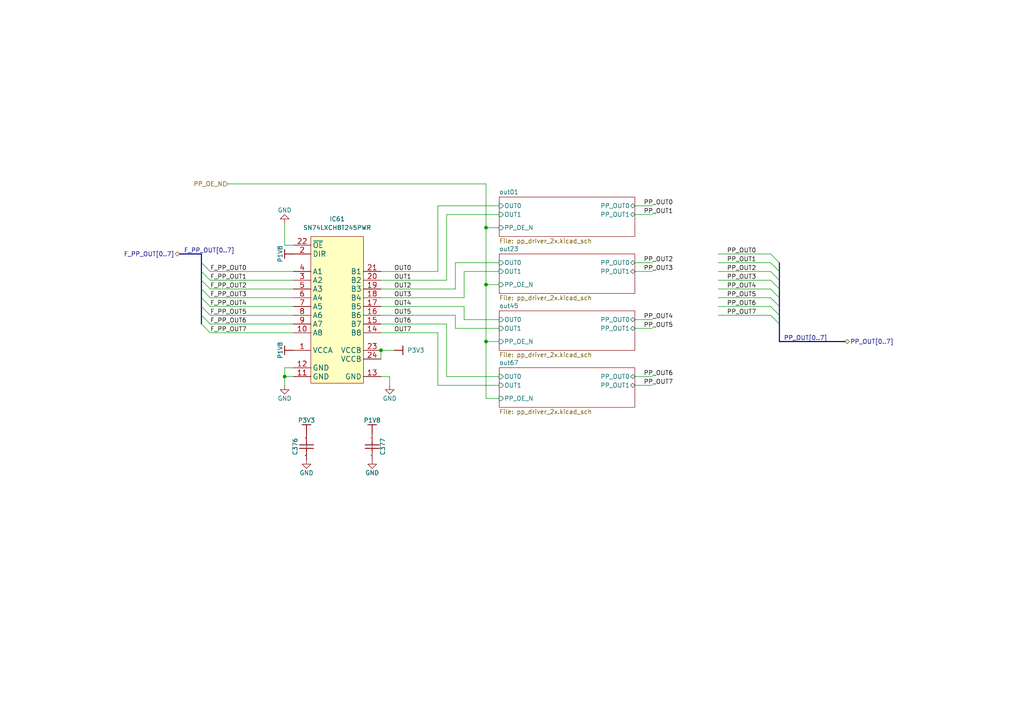
<source format=kicad_sch>
(kicad_sch (version 20250114) (generator "eeschema") (generator_version "9.0")
  (paper "A4")
  (lib_symbols
    (symbol "Capacitors SMD:CC0402_100NF_16V_10%_X7R" (pin_names (offset 1.27))
      (property "Reference" "C" (at 3.81 3.048 0))
      (property "Description" "100nF" (at 3.81 -3.048 0))
      (symbol "CC0402_100NF_16V_10%_X7R_0_1"
        (polyline (pts (xy 2.54 0) (xy 3.302 0)) (stroke (width 0.254)))
        (polyline (pts (xy 3.302 -2.032) (xy 3.302 2.032)) (stroke (width 0.254)))
        (polyline (pts (xy 4.318 2.032) (xy 4.318 -2.032)) (stroke (width 0.254)))
        (polyline (pts (xy 5.08 0) (xy 4.318 0)) (stroke (width 0.254)))
        (pin passive line (at 0 0 0) (length 2.54) (name "1") (number "1"))
        (pin passive line (at 7.62 0 180) (length 2.54) (name "2") (number "2"))
      )
    )
    (symbol "power:GND" (power) (pin_names (offset 0))
      (property "Value" "GND" (at 0 -3.81 0))
      (symbol "GND_0_1"
        (polyline (pts (xy 0 0) (xy 0 -1.27) (xy 1.27 -1.27) (xy 0 -2.54) (xy -1.27 -1.27) (xy 0 -1.27)))
      )
      (symbol "GND_1_1"
        (pin power_in line (at 0 0 270) (length 0) (hide yes) (name "GND") (number "1"))
      )
    )
    (symbol "vme-wren:P1V8" (power)
      (property "Value" "P1V8" (at 0 -3.81 0))
      (symbol "P1V8_0_0"
        (polyline (pts (xy -1.27 -2.54) (xy 1.27 -2.54)) (stroke (width 0.254)))
        (polyline (pts (xy 0 0) (xy 0 -2.54)) (stroke (width 0.254)))
        (pin power_in line (at 0 0 0) (length 0) (hide yes) (name "P1V8") (number ""))
      )
    )
    (symbol "vme-wren:P3V3" (power)
      (property "Value" "P3V3" (at 0 -3.81 0))
      (symbol "P3V3_0_0"
        (polyline (pts (xy -1.27 -2.54) (xy 1.27 -2.54)) (stroke (width 0.254)))
        (polyline (pts (xy 0 0) (xy 0 -2.54)) (stroke (width 0.254)))
        (pin power_in line (at 0 0 0) (length 0) (hide yes) (name "P3V3") (number ""))
      )
    )
    (symbol "vme-wren:SN74LXCH8T245PWR"
      (property "Reference" "IC" (at 8.89 3.937 0))
      (property "Value" "SN74LXCH8T245PWR" (at 7.493 1.905 0))
      (symbol "SN74LXCH8T245PWR_0_1"
        (rectangle (start 0 0) (end 15.24 -42.545) (fill (type background)))
        (pin input line (at -5.08 -2.54 0) (length 5.08) (name "~{OE}") (number "22"))
        (pin bidirectional line (at -5.08 -12.7 0) (length 5.08) (name "A2") (number "3"))
        (pin bidirectional line (at -5.08 -15.24 0) (length 5.08) (name "A3") (number "5"))
        (pin bidirectional line (at -5.08 -17.78 0) (length 5.08) (name "A4") (number "6"))
        (pin bidirectional line (at -5.08 -20.32 0) (length 5.08) (name "A5") (number "7"))
        (pin bidirectional line (at -5.08 -22.86 0) (length 5.08) (name "A6") (number "8"))
        (pin bidirectional line (at -5.08 -25.4 0) (length 5.08) (name "A7") (number "9"))
        (pin bidirectional line (at -5.08 -27.94 0) (length 5.08) (name "A8") (number "10"))
        (pin power_in line (at -5.08 -38.1 0) (length 5.08) (name "GND") (number "12"))
        (pin power_in line (at -5.08 -40.64 0) (length 5.08) (name "GND") (number "11"))
        (pin bidirectional line (at 20.32 -10.16 180) (length 5.08) (name "B1") (number "21"))
        (pin bidirectional line (at 20.32 -12.7 180) (length 5.08) (name "B2") (number "20"))
        (pin bidirectional line (at 20.32 -15.24 180) (length 5.08) (name "B3") (number "19"))
        (pin bidirectional line (at 20.32 -17.78 180) (length 5.08) (name "B4") (number "18"))
        (pin bidirectional line (at 20.32 -20.32 180) (length 5.08) (name "B5") (number "17"))
        (pin bidirectional line (at 20.32 -22.86 180) (length 5.08) (name "B6") (number "16"))
        (pin bidirectional line (at 20.32 -25.4 180) (length 5.08) (name "B7") (number "15"))
        (pin bidirectional line (at 20.32 -27.94 180) (length 5.08) (name "B8") (number "14"))
        (pin power_in line (at 20.32 -40.64 180) (length 5.08) (name "GND") (number "13"))
      )
      (symbol "SN74LXCH8T245PWR_1_1"
        (pin input line (at -5.08 -5.08 0) (length 5.08) (name "DIR") (number "2"))
        (pin bidirectional line (at -5.08 -10.16 0) (length 5.08) (name "A1") (number "4"))
        (pin power_in line (at -5.08 -33.02 0) (length 5.08) (name "VCCA") (number "1"))
        (pin power_in line (at 20.32 -33.02 180) (length 5.08) (name "VCCB") (number "23"))
        (pin power_in line (at 20.32 -35.56 180) (length 5.08) (name "VCCB") (number "24"))
      )
    )
  )
  (junction (at 110.49 101.6))
  (junction (at 140.97 66.04))
  (junction (at 140.97 82.55))
  (junction (at 140.97 99.06))
  (junction (at 82.55 109.22))
  (bus_entry (at 58.42 93.98) (size 2.54 2.54))
  (bus_entry (at 223.52 86.36) (size 2.54 2.54))
  (bus_entry (at 223.52 81.28) (size 2.54 2.54))
  (bus_entry (at 223.52 76.2) (size 2.54 2.54))
  (bus_entry (at 58.42 83.82) (size 2.54 2.54))
  (bus_entry (at 223.52 83.82) (size 2.54 2.54))
  (bus_entry (at 58.42 78.74) (size 2.54 2.54))
  (bus_entry (at 223.52 73.66) (size 2.54 2.54))
  (bus_entry (at 58.42 86.36) (size 2.54 2.54))
  (bus_entry (at 58.42 76.2) (size 2.54 2.54))
  (bus_entry (at 58.42 91.44) (size 2.54 2.54))
  (bus_entry (at 223.52 88.9) (size 2.54 2.54))
  (bus_entry (at 223.52 78.74) (size 2.54 2.54))
  (bus_entry (at 58.42 88.9) (size 2.54 2.54))
  (bus_entry (at 223.52 91.44) (size 2.54 2.54))
  (bus_entry (at 58.42 81.28) (size 2.54 2.54))
  (wire (pts (xy 110.49 83.82) (xy 132.08 83.82)))
  (bus (pts (xy 226.06 91.44) (xy 226.06 93.98)))
  (wire (pts (xy 208.28 86.36) (xy 223.52 86.36)))
  (wire (pts (xy 184.15 62.23) (xy 189.23 62.23)))
  (wire (pts (xy 60.96 88.9) (xy 85.09 88.9)))
  (wire (pts (xy 110.49 96.52) (xy 127 96.52)))
  (wire (pts (xy 208.28 83.82) (xy 223.52 83.82)))
  (wire (pts (xy 208.28 81.28) (xy 223.52 81.28)))
  (wire (pts (xy 85.09 71.12) (xy 82.55 71.12)))
  (wire (pts (xy 184.15 78.74) (xy 189.23 78.74)))
  (wire (pts (xy 110.49 101.6) (xy 114.3 101.6)))
  (wire (pts (xy 110.49 91.44) (xy 132.08 91.44)))
  (wire (pts (xy 140.97 66.04) (xy 140.97 82.55)))
  (bus (pts (xy 58.42 88.9) (xy 58.42 86.36)))
  (wire (pts (xy 110.49 86.36) (xy 134.62 86.36)))
  (wire (pts (xy 184.15 109.22) (xy 189.23 109.22)))
  (wire (pts (xy 140.97 115.57) (xy 144.78 115.57)))
  (wire (pts (xy 110.49 109.22) (xy 113.03 109.22)))
  (wire (pts (xy 144.78 59.69) (xy 127 59.69)))
  (bus (pts (xy 58.42 81.28) (xy 58.42 78.74)))
  (wire (pts (xy 82.55 109.22) (xy 82.55 111.76)))
  (wire (pts (xy 110.49 78.74) (xy 127 78.74)))
  (wire (pts (xy 66.04 53.34) (xy 140.97 53.34)))
  (wire (pts (xy 132.08 95.25) (xy 144.78 95.25)))
  (wire (pts (xy 134.62 92.71) (xy 134.62 88.9)))
  (wire (pts (xy 85.09 106.68) (xy 82.55 106.68)))
  (bus (pts (xy 226.06 76.2) (xy 226.06 78.74)))
  (wire (pts (xy 140.97 82.55) (xy 140.97 99.06)))
  (wire (pts (xy 140.97 99.06) (xy 144.78 99.06)))
  (wire (pts (xy 110.49 88.9) (xy 134.62 88.9)))
  (wire (pts (xy 110.49 93.98) (xy 129.54 93.98)))
  (wire (pts (xy 144.78 76.2) (xy 132.08 76.2)))
  (wire (pts (xy 132.08 76.2) (xy 132.08 83.82)))
  (bus (pts (xy 58.42 78.74) (xy 58.42 76.2)))
  (wire (pts (xy 60.96 81.28) (xy 85.09 81.28)))
  (wire (pts (xy 127 111.76) (xy 144.78 111.76)))
  (wire (pts (xy 184.15 59.69) (xy 189.23 59.69)))
  (wire (pts (xy 82.55 109.22) (xy 85.09 109.22)))
  (bus (pts (xy 52.07 73.66) (xy 58.42 73.66)))
  (wire (pts (xy 184.15 76.2) (xy 189.23 76.2)))
  (wire (pts (xy 82.55 71.12) (xy 82.55 64.77)))
  (bus (pts (xy 58.42 83.82) (xy 58.42 81.28)))
  (wire (pts (xy 129.54 109.22) (xy 129.54 93.98)))
  (wire (pts (xy 134.62 86.36) (xy 134.62 78.74)))
  (wire (pts (xy 60.96 93.98) (xy 85.09 93.98)))
  (wire (pts (xy 127 59.69) (xy 127 78.74)))
  (wire (pts (xy 140.97 66.04) (xy 140.97 53.34)))
  (bus (pts (xy 58.42 86.36) (xy 58.42 83.82)))
  (bus (pts (xy 226.06 78.74) (xy 226.06 81.28)))
  (wire (pts (xy 60.96 96.52) (xy 85.09 96.52)))
  (wire (pts (xy 184.15 111.76) (xy 189.23 111.76)))
  (wire (pts (xy 127 96.52) (xy 127 111.76)))
  (wire (pts (xy 144.78 109.22) (xy 129.54 109.22)))
  (wire (pts (xy 144.78 92.71) (xy 134.62 92.71)))
  (bus (pts (xy 226.06 86.36) (xy 226.06 88.9)))
  (bus (pts (xy 226.06 81.28) (xy 226.06 83.82)))
  (wire (pts (xy 60.96 91.44) (xy 85.09 91.44)))
  (wire (pts (xy 129.54 81.28) (xy 129.54 62.23)))
  (wire (pts (xy 184.15 95.25) (xy 189.23 95.25)))
  (wire (pts (xy 140.97 99.06) (xy 140.97 115.57)))
  (wire (pts (xy 184.15 92.71) (xy 189.23 92.71)))
  (wire (pts (xy 110.49 81.28) (xy 129.54 81.28)))
  (bus (pts (xy 226.06 83.82) (xy 226.06 86.36)))
  (wire (pts (xy 208.28 76.2) (xy 223.52 76.2)))
  (bus (pts (xy 226.06 93.98) (xy 226.06 99.06)))
  (wire (pts (xy 82.55 106.68) (xy 82.55 109.22)))
  (bus (pts (xy 58.42 76.2) (xy 58.42 73.66)))
  (wire (pts (xy 60.96 86.36) (xy 85.09 86.36)))
  (wire (pts (xy 140.97 82.55) (xy 144.78 82.55)))
  (bus (pts (xy 226.06 99.06) (xy 245.11 99.06)))
  (wire (pts (xy 208.28 91.44) (xy 223.52 91.44)))
  (wire (pts (xy 208.28 73.66) (xy 223.52 73.66)))
  (wire (pts (xy 132.08 91.44) (xy 132.08 95.25)))
  (wire (pts (xy 60.96 78.74) (xy 85.09 78.74)))
  (wire (pts (xy 208.28 78.74) (xy 223.52 78.74)))
  (wire (pts (xy 129.54 62.23) (xy 144.78 62.23)))
  (wire (pts (xy 110.49 101.6) (xy 110.49 104.14)))
  (bus (pts (xy 58.42 91.44) (xy 58.42 88.9)))
  (wire (pts (xy 208.28 88.9) (xy 223.52 88.9)))
  (bus (pts (xy 226.06 88.9) (xy 226.06 91.44)))
  (wire (pts (xy 60.96 83.82) (xy 85.09 83.82)))
  (wire (pts (xy 134.62 78.74) (xy 144.78 78.74)))
  (bus (pts (xy 58.42 93.98) (xy 58.42 91.44)))
  (wire (pts (xy 144.78 66.04) (xy 140.97 66.04)))
  (wire (pts (xy 113.03 109.22) (xy 113.03 111.76)))
  (label "PP_OUT3" (at 186.69 78.74 0))
  (label "F_PP_OUT1" (at 60.96 81.28 0))
  (label "PP_OUT1" (at 210.82 76.2 0))
  (label "PP_OUT2" (at 210.82 78.74 0))
  (label "OUT5" (at 114.3 91.44 0))
  (label "PP_OUT6" (at 186.69 109.22 0))
  (label "PP_OUT4" (at 186.69 92.71 0))
  (label "PP_OUT7" (at 210.82 91.44 0))
  (label "F_PP_OUT4" (at 60.96 88.9 0))
  (label "F_PP_OUT0" (at 60.96 78.74 0))
  (label "OUT2" (at 114.3 83.82 0))
  (label "F_PP_OUT3" (at 60.96 86.36 0))
  (label "PP_OUT[0..7]" (at 227.33 99.06 0))
  (label "OUT0" (at 114.3 78.74 0))
  (label "OUT1" (at 114.3 81.28 0))
  (label "F_PP_OUT2" (at 60.96 83.82 0))
  (label "PP_OUT5" (at 210.82 86.36 0))
  (label "PP_OUT0" (at 186.69 59.69 0))
  (label "PP_OUT5" (at 186.69 95.25 0))
  (label "OUT7" (at 114.3 96.52 0))
  (label "PP_OUT7" (at 186.69 111.76 0))
  (label "OUT6" (at 114.3 93.98 0))
  (label "OUT3" (at 114.3 86.36 0))
  (label "PP_OUT0" (at 210.82 73.66 0))
  (label "PP_OUT4" (at 210.82 83.82 0))
  (label "PP_OUT3" (at 210.82 81.28 0))
  (label "F_PP_OUT6" (at 60.96 93.98 0))
  (label "OUT4" (at 114.3 88.9 0))
  (label "PP_OUT2" (at 186.69 76.2 0))
  (label "F_PP_OUT5" (at 60.96 91.44 0))
  (label "PP_OUT6" (at 210.82 88.9 0))
  (label "PP_OUT1" (at 186.69 62.23 0))
  (label "F_PP_OUT[0..7]" (at 53.34 73.66 0))
  (label "F_PP_OUT7" (at 60.96 96.52 0))
  (hierarchical_label "PP_OUT[0..7]" (shape bidirectional) (at 245.11 99.06 0))
  (hierarchical_label "F_PP_OUT[0..7]" (shape bidirectional) (at 52.07 73.66 180))
  (hierarchical_label "PP_OE_N" (shape input) (at 66.04 53.34 180))
  (symbol (lib_id "vme-wren:SN74LXCH8T245PWR") (at 90.17 68.58 0) (unit 1)
    (property "Reference" "IC8" (at 97.79 63.5 0))
    (property "Value" "SN74LXCH8T245PWR" (at 97.79 66.04 0))
    (property "Footprint" "ICs And Semiconductors SMD:SOP65P640X120-24N" (effects (hide yes)))
    (instances (project "vme-wren" (path "" (reference "IC61") (unit 1)) (path "" (reference "IC8") (unit 1)) (path "" (reference "IC131") (unit 1)) (path "" (reference "IC136") (unit 1))))
  )
  (symbol (lib_id "power:GND") (at 113.03 111.76 0) (unit 1)
    (property "Reference" "#PWR01136" (effects (hide yes)))
    (property "Value" "GND" (at 113.03 115.57 0))
    (property "Description" "GROUND power-flag symbol" (effects (hide yes)))
    (instances (project "vme-wren" (path "" (reference "#PWR0274") (unit 1)) (path "" (reference "#PWR01136") (unit 1)) (path "" (reference "#PWR01178") (unit 1)) (path "" (reference "#PWR01220") (unit 1))))
  )
  (symbol (lib_id "vme-wren:P3V3") (at 88.9 125.73 180) (unit 1)
    (property "Reference" "#PWR094" (effects (hide yes)))
    (property "Value" "P3V3" (at 88.9 121.92 0))
    (instances (project "vme-wren" (path "" (reference "#PWR0246") (unit 1)) (path "" (reference "#PWR094") (unit 1)) (path "" (reference "#PWR01174") (unit 1)) (path "" (reference "#PWR01216") (unit 1))))
  )
  (symbol (lib_id "vme-wren:P3V3") (at 85.09 73.66 270) (unit 1)
    (property "Reference" "#PWR075" (effects (hide yes)))
    (property "Value" "P1V8" (at 81.28 73.66 0))
    (instances (project "vme-wren" (path "" (reference "#PWR093") (unit 1)) (path "" (reference "#PWR075") (unit 1)) (path "" (reference "#PWR01172") (unit 1)) (path "" (reference "#PWR01214") (unit 1))))
  )
  (symbol (lib_id "power:GND") (at 107.95 133.35 0) (unit 1)
    (property "Reference" "#PWR0240" (effects (hide yes)))
    (property "Value" "GND" (at 107.95 137.16 0))
    (property "Description" "GROUND power-flag symbol" (effects (hide yes)))
    (instances (project "vme-wren" (path "" (reference "#PWR0250") (unit 1)) (path "" (reference "#PWR0240") (unit 1)) (path "" (reference "#PWR01177") (unit 1)) (path "" (reference "#PWR01219") (unit 1))))
  )
  (symbol (lib_id "Capacitors SMD:CC0402_100NF_16V_10%_X7R") (at 88.9 125.73 270) (unit 1)
    (property "Reference" "C378" (at 85.598 129.54 0))
    (property "Value" "CC0402_100NF_16V_10%_X7R" (effects (hide yes)))
    (property "Footprint" "Capacitors SMD:CAPC1005X55N" (effects (hide yes)))
    (property "Description" "100nF" (effects (hide yes)))
    (property "SMD" "Yes" (effects (hide yes)))
    (property "Part Number" "CC0402_100NF_16V_10%_X7R" (effects (hide yes)))
    (property "Library Ref" "Capacitor - non polarized" (effects (hide yes)))
    (property "Library Path" "SchLib\\Capacitors.SchLib" (effects (hide yes)))
    (property "Comment" "100nF" (effects (hide yes)))
    (property "Component Kind" "Standard" (effects (hide yes)))
    (property "Component Type" "Standard" (effects (hide yes)))
    (property "Pin Count" "2" (effects (hide yes)))
    (property "Footprint Path" "PcbLib\\Capacitors SMD.PcbLib" (effects (hide yes)))
    (property "Footprint Ref" "CAPC1005X55N" (effects (hide yes)))
    (property "PackageDescription" " " (effects (hide yes)))
    (property "Status" "Not Recommended" (effects (hide yes)))
    (property "Status Comment" " " (effects (hide yes)))
    (property "Voltage" "16V" (effects (hide yes)))
    (property "Tolerance" "±10%" (effects (hide yes)))
    (property "Part Description" "SMD Multilayer Chip Ceramic Capacitor" (effects (hide yes)))
    (property "Manufacturer" "GENERIC" (effects (hide yes)))
    (property "Manufacturer Part Number" "CC0402_100NF_16V_10%_X7R" (effects (hide yes)))
    (property "Case" "0402" (effects (hide yes)))
    (property "Mounted" "Yes" (effects (hide yes)))
    (property "Socket" "No" (effects (hide yes)))
    (property "PressFit" " " (effects (hide yes)))
    (property "Sense" "No" (effects (hide yes)))
    (property "Sense Comment" " " (effects (hide yes)))
    (property "ComponentHeight" " " (effects (hide yes)))
    (property "Manufacturer1 Example" "MURATA" (effects (hide yes)))
    (property "Manufacturer1 Part Number" "GRM155R71C104KA88D" (effects (hide yes)))
    (property "Manufacturer1 ComponentHeight" "0.55mm" (effects (hide yes)))
    (property "Author" "CERN DEM JLC" (effects (hide yes)))
    (property "CreateDate" "12/05/13 00:00:00" (effects (hide yes)))
    (property "LatestRevisionDate" "12/03/07 00:00:00" (effects (hide yes)))
    (property "Database Table Name" "Capacitors" (effects (hide yes)))
    (property "Library Name" "Capacitors SMD" (effects (hide yes)))
    (property "Footprint Library" "Capacitors SMD" (effects (hide yes)))
    (property "License" "CC-BY-SA 4.0" (effects (hide yes)))
    (instances (project "vme-wren" (path "" (reference "C376") (unit 1)) (path "" (reference "C378") (unit 1)) (path "" (reference "C525") (unit 1)) (path "" (reference "C535") (unit 1))))
  )
  (symbol (lib_id "vme-wren:P3V3") (at 85.09 101.6 270) (unit 1)
    (property "Reference" "#PWR091" (effects (hide yes)))
    (property "Value" "P1V8" (at 81.28 101.6 0))
    (instances (project "vme-wren" (path "" (reference "#PWR0245") (unit 1)) (path "" (reference "#PWR091") (unit 1)) (path "" (reference "#PWR01173") (unit 1)) (path "" (reference "#PWR01215") (unit 1))))
  )
  (symbol (lib_id "Capacitors SMD:CC0402_100NF_16V_10%_X7R") (at 107.95 125.73 270) (unit 1)
    (property "Reference" "C379" (at 110.998 129.54 0))
    (property "Value" "CC0402_100NF_16V_10%_X7R" (effects (hide yes)))
    (property "Footprint" "Capacitors SMD:CAPC1005X55N" (effects (hide yes)))
    (property "Description" "100nF" (effects (hide yes)))
    (property "SMD" "Yes" (effects (hide yes)))
    (property "Part Number" "CC0402_100NF_16V_10%_X7R" (effects (hide yes)))
    (property "Library Ref" "Capacitor - non polarized" (effects (hide yes)))
    (property "Library Path" "SchLib\\Capacitors.SchLib" (effects (hide yes)))
    (property "Comment" "100nF" (effects (hide yes)))
    (property "Component Kind" "Standard" (effects (hide yes)))
    (property "Component Type" "Standard" (effects (hide yes)))
    (property "Pin Count" "2" (effects (hide yes)))
    (property "Footprint Path" "PcbLib\\Capacitors SMD.PcbLib" (effects (hide yes)))
    (property "Footprint Ref" "CAPC1005X55N" (effects (hide yes)))
    (property "PackageDescription" " " (effects (hide yes)))
    (property "Status" "Not Recommended" (effects (hide yes)))
    (property "Status Comment" " " (effects (hide yes)))
    (property "Voltage" "16V" (effects (hide yes)))
    (property "Tolerance" "±10%" (effects (hide yes)))
    (property "Part Description" "SMD Multilayer Chip Ceramic Capacitor" (effects (hide yes)))
    (property "Manufacturer" "GENERIC" (effects (hide yes)))
    (property "Manufacturer Part Number" "CC0402_100NF_16V_10%_X7R" (effects (hide yes)))
    (property "Case" "0402" (effects (hide yes)))
    (property "Mounted" "Yes" (effects (hide yes)))
    (property "Socket" "No" (effects (hide yes)))
    (property "PressFit" " " (effects (hide yes)))
    (property "Sense" "No" (effects (hide yes)))
    (property "Sense Comment" " " (effects (hide yes)))
    (property "ComponentHeight" " " (effects (hide yes)))
    (property "Manufacturer1 Example" "MURATA" (effects (hide yes)))
    (property "Manufacturer1 Part Number" "GRM155R71C104KA88D" (effects (hide yes)))
    (property "Manufacturer1 ComponentHeight" "0.55mm" (effects (hide yes)))
    (property "Author" "CERN DEM JLC" (effects (hide yes)))
    (property "CreateDate" "12/05/13 00:00:00" (effects (hide yes)))
    (property "LatestRevisionDate" "12/03/07 00:00:00" (effects (hide yes)))
    (property "Database Table Name" "Capacitors" (effects (hide yes)))
    (property "Library Name" "Capacitors SMD" (effects (hide yes)))
    (property "Footprint Library" "Capacitors SMD" (effects (hide yes)))
    (property "License" "CC-BY-SA 4.0" (effects (hide yes)))
    (instances (project "vme-wren" (path "" (reference "C377") (unit 1)) (path "" (reference "C379") (unit 1)) (path "" (reference "C526") (unit 1)) (path "" (reference "C536") (unit 1))))
  )
  (symbol (lib_id "power:GND") (at 88.9 133.35 0) (unit 1)
    (property "Reference" "#PWR095" (effects (hide yes)))
    (property "Value" "GND" (at 88.9 137.16 0))
    (property "Description" "GROUND power-flag symbol" (effects (hide yes)))
    (instances (project "vme-wren" (path "" (reference "#PWR0247") (unit 1)) (path "" (reference "#PWR095") (unit 1)) (path "" (reference "#PWR01175") (unit 1)) (path "" (reference "#PWR01217") (unit 1))))
  )
  (symbol (lib_id "vme-wren:P3V3") (at 114.3 101.6 90) (unit 1)
    (property "Reference" "#PWR01137" (effects (hide yes)))
    (property "Value" "P3V3" (at 118.11 101.6 90) (effects (justify right)))
    (instances (project "vme-wren" (path "" (reference "#PWR0362") (unit 1)) (path "" (reference "#PWR01137") (unit 1)) (path "" (reference "#PWR01179") (unit 1)) (path "" (reference "#PWR01221") (unit 1))))
  )
  (symbol (lib_id "power:GND") (at 82.55 64.77 180) (unit 1)
    (property "Reference" "#PWR073" (effects (hide yes)))
    (property "Value" "GND" (at 82.55 60.96 0))
    (property "Description" "GROUND power-flag symbol" (effects (hide yes)))
    (instances (project "vme-wren" (path "" (reference "#PWR072") (unit 1)) (path "" (reference "#PWR073") (unit 1)) (path "" (reference "#PWR01170") (unit 1)) (path "" (reference "#PWR01212") (unit 1))))
  )
  (symbol (lib_id "vme-wren:P1V8") (at 107.95 125.73 180) (unit 1)
    (property "Reference" "#PWR0239" (effects (hide yes)))
    (property "Value" "P1V8" (at 107.95 121.92 0))
    (instances (project "vme-wren" (path "" (reference "#PWR0249") (unit 1)) (path "" (reference "#PWR0239") (unit 1)) (path "" (reference "#PWR01176") (unit 1)) (path "" (reference "#PWR01218") (unit 1))))
  )
  (symbol (lib_id "power:GND") (at 82.55 111.76 0) (unit 1)
    (property "Reference" "#PWR074" (effects (hide yes)))
    (property "Value" "GND" (at 82.55 115.57 0))
    (property "Description" "GROUND power-flag symbol" (effects (hide yes)))
    (instances (project "vme-wren" (path "" (reference "#PWR092") (unit 1)) (path "" (reference "#PWR074") (unit 1)) (path "" (reference "#PWR01171") (unit 1)) (path "" (reference "#PWR01213") (unit 1))))
  )
  (sheet (at 144.78 73.66) (size 39.37 11.43) (stroke (width 0.1524)) (fill (color 255 255 255 1.0000))
    (property "Sheetname" "out23" (at 144.78 72.9484 0) (effects (justify left bottom)))
    (property "Sheetfile" "pp_driver_2x.kicad_sch" (at 144.78 85.6746 0) (effects (justify left top)))
    (pin "PP_OE_N" input (at 144.78 82.55 180))
    (pin "OUT1" input (at 144.78 78.74 180))
    (pin "OUT0" input (at 144.78 76.2 180))
    (pin "PP_OUT0" bidirectional (at 184.15 76.2 0))
    (pin "PP_OUT1" bidirectional (at 184.15 78.74 0))
  )
  (sheet (at 144.78 106.68) (size 39.37 11.43) (stroke (width 0.1524)) (fill (color 255 255 255 1.0000))
    (property "Sheetname" "out67" (at 144.78 105.9684 0) (effects (justify left bottom)))
    (property "Sheetfile" "pp_driver_2x.kicad_sch" (at 144.78 118.6946 0) (effects (justify left top)))
    (pin "PP_OE_N" input (at 144.78 115.57 180))
    (pin "OUT1" input (at 144.78 111.76 180))
    (pin "OUT0" input (at 144.78 109.22 180))
    (pin "PP_OUT0" bidirectional (at 184.15 109.22 0))
    (pin "PP_OUT1" bidirectional (at 184.15 111.76 0))
  )
  (sheet (at 144.78 57.15) (size 39.37 11.43) (stroke (width 0.1524)) (fill (color 255 255 255 1.0000))
    (property "Sheetname" "out01" (at 144.78 56.4384 0) (effects (justify left bottom)))
    (property "Sheetfile" "pp_driver_2x.kicad_sch" (at 144.78 69.1646 0) (effects (justify left top)))
    (pin "PP_OE_N" input (at 144.78 66.04 180))
    (pin "OUT1" input (at 144.78 62.23 180))
    (pin "OUT0" input (at 144.78 59.69 180))
    (pin "PP_OUT0" bidirectional (at 184.15 59.69 0))
    (pin "PP_OUT1" bidirectional (at 184.15 62.23 0))
  )
  (sheet (at 144.78 90.17) (size 39.37 11.43) (stroke (width 0.1524)) (fill (color 255 255 255 1.0000))
    (property "Sheetname" "out45" (at 144.78 89.4584 0) (effects (justify left bottom)))
    (property "Sheetfile" "pp_driver_2x.kicad_sch" (at 144.78 102.1846 0) (effects (justify left top)))
    (pin "PP_OE_N" input (at 144.78 99.06 180))
    (pin "OUT1" input (at 144.78 95.25 180))
    (pin "OUT0" input (at 144.78 92.71 180))
    (pin "PP_OUT0" bidirectional (at 184.15 92.71 0))
    (pin "PP_OUT1" bidirectional (at 184.15 95.25 0))
  )
)
</source>
